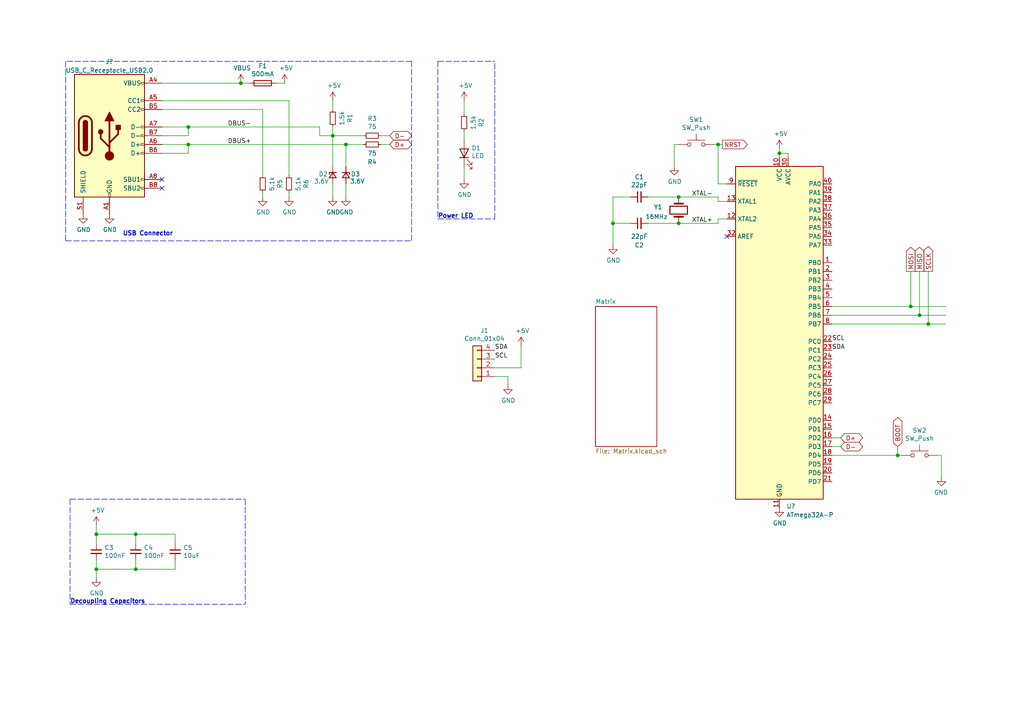
<source format=kicad_sch>
(kicad_sch (version 20211123) (generator eeschema)
  (paper "A4")
  (lib_symbols
    (symbol "Connector:USB_C_Receptacle_USB2.0" (pin_names (offset 1.016))
      (property "Reference" "J" (at -10.16 19.05 0))
      (property "Value" "USB_C_Receptacle_USB2.0" (at 19.05 19.05 0))
      (symbol "USB_C_Receptacle_USB2.0_0_0"
        (rectangle (start -0.254 -17.78) (end 0.254 -16.764))
        (rectangle (start 10.16 -14.986) (end 9.144 -15.494))
        (rectangle (start 10.16 -12.446) (end 9.144 -12.954))
        (rectangle (start 10.16 -4.826) (end 9.144 -5.334))
        (rectangle (start 10.16 -2.286) (end 9.144 -2.794))
        (rectangle (start 10.16 0.254) (end 9.144 -0.254))
        (rectangle (start 10.16 2.794) (end 9.144 2.286))
        (rectangle (start 10.16 7.874) (end 9.144 7.366))
        (rectangle (start 10.16 10.414) (end 9.144 9.906))
        (rectangle (start 10.16 15.494) (end 9.144 14.986))
      )
      (symbol "USB_C_Receptacle_USB2.0_0_1"
        (rectangle (start -10.16 17.78) (end 10.16 -17.78) (stroke (width 0.254)) (fill (type background)))
        (arc (start -8.89 -3.81) (mid -6.985 -5.715) (end -5.08 -3.81) (stroke (width 0.508)))
        (arc (start -7.62 -3.81) (mid -6.985 -4.445) (end -6.35 -3.81) (stroke (width 0.254)))
        (arc (start -7.62 -3.81) (mid -6.985 -4.445) (end -6.35 -3.81) (stroke (width 0.254)) (fill (type outline)))
        (rectangle (start -7.62 -3.81) (end -6.35 3.81) (stroke (width 0.254)) (fill (type outline)))
        (arc (start -6.35 3.81) (mid -6.985 4.445) (end -7.62 3.81) (stroke (width 0.254)))
        (arc (start -6.35 3.81) (mid -6.985 4.445) (end -7.62 3.81) (stroke (width 0.254)) (fill (type outline)))
        (arc (start -5.08 3.81) (mid -6.985 5.715) (end -8.89 3.81) (stroke (width 0.508)))
        (circle (center -2.54 1.143) (radius 0.635) (stroke (width 0.254)) (fill (type outline)))
        (circle (center 0 -5.842) (radius 1.27) (fill (type outline)))
        (polyline (pts (xy -8.89 -3.81) (xy -8.89 3.81)) (stroke (width 0.508)))
        (polyline (pts (xy -5.08 3.81) (xy -5.08 -3.81)) (stroke (width 0.508)))
        (polyline (pts (xy 0 -5.842) (xy 0 4.318)) (stroke (width 0.508)))
        (polyline (pts (xy 0 -3.302) (xy -2.54 -0.762) (xy -2.54 0.508)) (stroke (width 0.508)))
        (polyline (pts (xy 0 -2.032) (xy 2.54 0.508) (xy 2.54 1.778)) (stroke (width 0.508)))
        (polyline (pts (xy -1.27 4.318) (xy 0 6.858) (xy 1.27 4.318) (xy -1.27 4.318)) (stroke (width 0.254)) (fill (type outline)))
        (rectangle (start 1.905 1.778) (end 3.175 3.048) (stroke (width 0.254)) (fill (type outline)))
      )
      (symbol "USB_C_Receptacle_USB2.0_1_1"
        (pin passive line (at 0 -22.86 90) (length 5.08) (name "GND") (number "A1"))
        (pin passive line (at 0 -22.86 90) (length 5.08) hide (name "GND") (number "A12"))
        (pin passive line (at 15.24 15.24 180) (length 5.08) (name "VBUS") (number "A4"))
        (pin bidirectional line (at 15.24 10.16 180) (length 5.08) (name "CC1") (number "A5"))
        (pin bidirectional line (at 15.24 -2.54 180) (length 5.08) (name "D+") (number "A6"))
        (pin bidirectional line (at 15.24 2.54 180) (length 5.08) (name "D-") (number "A7"))
        (pin bidirectional line (at 15.24 -12.7 180) (length 5.08) (name "SBU1") (number "A8"))
        (pin passive line (at 15.24 15.24 180) (length 5.08) hide (name "VBUS") (number "A9"))
        (pin passive line (at 0 -22.86 90) (length 5.08) hide (name "GND") (number "B1"))
        (pin passive line (at 0 -22.86 90) (length 5.08) hide (name "GND") (number "B12"))
        (pin passive line (at 15.24 15.24 180) (length 5.08) hide (name "VBUS") (number "B4"))
        (pin bidirectional line (at 15.24 7.62 180) (length 5.08) (name "CC2") (number "B5"))
        (pin bidirectional line (at 15.24 -5.08 180) (length 5.08) (name "D+") (number "B6"))
        (pin bidirectional line (at 15.24 0 180) (length 5.08) (name "D-") (number "B7"))
        (pin bidirectional line (at 15.24 -15.24 180) (length 5.08) (name "SBU2") (number "B8"))
        (pin passive line (at 15.24 15.24 180) (length 5.08) hide (name "VBUS") (number "B9"))
        (pin passive line (at -7.62 -22.86 90) (length 5.08) (name "SHIELD") (number "S1"))
      )
    )
    (symbol "Connector_Generic:Conn_01x04" (pin_names (offset 1.016) hide)
      (property "Reference" "J" (at 0 5.08 0))
      (property "Value" "Conn_01x04" (at 0 -7.62 0))
      (symbol "Conn_01x04_1_1"
        (rectangle (start -1.27 -4.953) (end 0 -5.207) (stroke (width 0.1524)))
        (rectangle (start -1.27 -2.413) (end 0 -2.667) (stroke (width 0.1524)))
        (rectangle (start -1.27 0.127) (end 0 -0.127) (stroke (width 0.1524)))
        (rectangle (start -1.27 2.667) (end 0 2.413) (stroke (width 0.1524)))
        (rectangle (start -1.27 3.81) (end 1.27 -6.35) (stroke (width 0.254)) (fill (type background)))
        (pin passive line (at -5.08 2.54 0) (length 3.81) (name "Pin_1") (number "1"))
        (pin passive line (at -5.08 0 0) (length 3.81) (name "Pin_2") (number "2"))
        (pin passive line (at -5.08 -2.54 0) (length 3.81) (name "Pin_3") (number "3"))
        (pin passive line (at -5.08 -5.08 0) (length 3.81) (name "Pin_4") (number "4"))
      )
    )
    (symbol "Device:C_Small" (pin_numbers hide) (pin_names (offset 0.254) hide)
      (property "Reference" "C" (at 0.254 1.778 0))
      (property "Value" "C_Small" (at 0.254 -2.032 0))
      (symbol "C_Small_0_1"
        (polyline (pts (xy -1.524 -0.508) (xy 1.524 -0.508)) (stroke (width 0.3302)))
        (polyline (pts (xy -1.524 0.508) (xy 1.524 0.508)) (stroke (width 0.3048)))
      )
      (symbol "C_Small_1_1"
        (pin passive line (at 0 2.54 270) (length 2.032) (name "~") (number "1"))
        (pin passive line (at 0 -2.54 90) (length 2.032) (name "~") (number "2"))
      )
    )
    (symbol "Device:Crystal" (pin_numbers hide) (pin_names (offset 1.016) hide)
      (property "Reference" "Y" (at 0 3.81 0))
      (property "Value" "Crystal" (at 0 -3.81 0))
      (symbol "Crystal_0_1"
        (rectangle (start -1.143 2.54) (end 1.143 -2.54) (stroke (width 0.3048)))
        (polyline (pts (xy -2.54 0) (xy -1.905 0)))
        (polyline (pts (xy -1.905 -1.27) (xy -1.905 1.27)) (stroke (width 0.508)))
        (polyline (pts (xy 1.905 -1.27) (xy 1.905 1.27)) (stroke (width 0.508)))
        (polyline (pts (xy 2.54 0) (xy 1.905 0)))
      )
      (symbol "Crystal_1_1"
        (pin passive line (at -3.81 0 0) (length 1.27) (name "1") (number "1"))
        (pin passive line (at 3.81 0 180) (length 1.27) (name "2") (number "2"))
      )
    )
    (symbol "Device:D_Zener_Small" (pin_numbers hide) (pin_names (offset 0.254) hide)
      (property "Reference" "D" (at 0 2.286 0))
      (property "Value" "D_Zener_Small" (at 0 -2.286 0))
      (symbol "D_Zener_Small_0_1"
        (polyline (pts (xy 0.762 0) (xy -0.762 0)))
        (polyline (pts (xy -0.254 1.016) (xy -0.762 1.016) (xy -0.762 -1.016)) (stroke (width 0.254)))
        (polyline (pts (xy 0.762 1.016) (xy -0.762 0) (xy 0.762 -1.016) (xy 0.762 1.016)) (stroke (width 0.254)))
      )
      (symbol "D_Zener_Small_1_1"
        (pin passive line (at -2.54 0 0) (length 1.778) (name "K") (number "1"))
        (pin passive line (at 2.54 0 180) (length 1.778) (name "A") (number "2"))
      )
    )
    (symbol "Device:Fuse" (pin_numbers hide) (pin_names (offset 0))
      (property "Reference" "F" (at 2.032 0 90))
      (property "Value" "Fuse" (at -1.905 0 90))
      (symbol "Fuse_0_1"
        (rectangle (start -0.762 -2.54) (end 0.762 2.54) (stroke (width 0.254)))
        (polyline (pts (xy 0 2.54) (xy 0 -2.54)))
      )
      (symbol "Fuse_1_1"
        (pin passive line (at 0 3.81 270) (length 1.27) (name "~") (number "1"))
        (pin passive line (at 0 -3.81 90) (length 1.27) (name "~") (number "2"))
      )
    )
    (symbol "Device:LED" (pin_numbers hide) (pin_names (offset 1.016) hide)
      (property "Reference" "D" (at 0 2.54 0))
      (property "Value" "LED" (at 0 -2.54 0))
      (symbol "LED_0_1"
        (polyline (pts (xy -1.27 -1.27) (xy -1.27 1.27)) (stroke (width 0.254)))
        (polyline (pts (xy -1.27 0) (xy 1.27 0)))
        (polyline (pts (xy 1.27 -1.27) (xy 1.27 1.27) (xy -1.27 0) (xy 1.27 -1.27)) (stroke (width 0.254)))
        (polyline (pts (xy -3.048 -0.762) (xy -4.572 -2.286) (xy -3.81 -2.286) (xy -4.572 -2.286) (xy -4.572 -1.524)))
        (polyline (pts (xy -1.778 -0.762) (xy -3.302 -2.286) (xy -2.54 -2.286) (xy -3.302 -2.286) (xy -3.302 -1.524)))
      )
      (symbol "LED_1_1"
        (pin passive line (at -3.81 0 0) (length 2.54) (name "K") (number "1"))
        (pin passive line (at 3.81 0 180) (length 2.54) (name "A") (number "2"))
      )
    )
    (symbol "Device:R_Small" (pin_numbers hide) (pin_names (offset 0.254) hide)
      (property "Reference" "R" (at 0.762 0.508 0))
      (property "Value" "R_Small" (at 0.762 -1.016 0))
      (symbol "R_Small_0_1"
        (rectangle (start -0.762 1.778) (end 0.762 -1.778) (stroke (width 0.2032)))
      )
      (symbol "R_Small_1_1"
        (pin passive line (at 0 2.54 270) (length 0.762) (name "~") (number "1"))
        (pin passive line (at 0 -2.54 90) (length 0.762) (name "~") (number "2"))
      )
    )
    (symbol "MCU_Microchip_ATmega:ATmega32A-P"
      (property "Reference" "U" (at -12.7 49.53 0))
      (property "Value" "ATmega32A-P" (at 2.54 -49.53 0))
      (symbol "ATmega32A-P_0_1"
        (rectangle (start -12.7 -48.26) (end 12.7 48.26) (stroke (width 0.254)) (fill (type background)))
      )
      (symbol "ATmega32A-P_1_1"
        (pin bidirectional line (at 15.24 20.32 180) (length 2.54) (name "PB0") (number "1"))
        (pin power_in line (at 0 50.8 270) (length 2.54) (name "VCC") (number "10"))
        (pin power_in line (at 0 -50.8 90) (length 2.54) (name "GND") (number "11"))
        (pin output line (at -15.24 33.02 0) (length 2.54) (name "XTAL2") (number "12"))
        (pin input line (at -15.24 38.1 0) (length 2.54) (name "XTAL1") (number "13"))
        (pin bidirectional line (at 15.24 -25.4 180) (length 2.54) (name "PD0") (number "14"))
        (pin bidirectional line (at 15.24 -27.94 180) (length 2.54) (name "PD1") (number "15"))
        (pin bidirectional line (at 15.24 -30.48 180) (length 2.54) (name "PD2") (number "16"))
        (pin bidirectional line (at 15.24 -33.02 180) (length 2.54) (name "PD3") (number "17"))
        (pin bidirectional line (at 15.24 -35.56 180) (length 2.54) (name "PD4") (number "18"))
        (pin bidirectional line (at 15.24 -38.1 180) (length 2.54) (name "PD5") (number "19"))
        (pin bidirectional line (at 15.24 17.78 180) (length 2.54) (name "PB1") (number "2"))
        (pin bidirectional line (at 15.24 -40.64 180) (length 2.54) (name "PD6") (number "20"))
        (pin bidirectional line (at 15.24 -43.18 180) (length 2.54) (name "PD7") (number "21"))
        (pin bidirectional line (at 15.24 -2.54 180) (length 2.54) (name "PC0") (number "22"))
        (pin bidirectional line (at 15.24 -5.08 180) (length 2.54) (name "PC1") (number "23"))
        (pin bidirectional line (at 15.24 -7.62 180) (length 2.54) (name "PC2") (number "24"))
        (pin bidirectional line (at 15.24 -10.16 180) (length 2.54) (name "PC3") (number "25"))
        (pin bidirectional line (at 15.24 -12.7 180) (length 2.54) (name "PC4") (number "26"))
        (pin bidirectional line (at 15.24 -15.24 180) (length 2.54) (name "PC5") (number "27"))
        (pin bidirectional line (at 15.24 -17.78 180) (length 2.54) (name "PC6") (number "28"))
        (pin bidirectional line (at 15.24 -20.32 180) (length 2.54) (name "PC7") (number "29"))
        (pin bidirectional line (at 15.24 15.24 180) (length 2.54) (name "PB2") (number "3"))
        (pin power_in line (at 2.54 50.8 270) (length 2.54) (name "AVCC") (number "30"))
        (pin passive line (at 0 -50.8 90) (length 2.54) hide (name "GND") (number "31"))
        (pin passive line (at -15.24 27.94 0) (length 2.54) (name "AREF") (number "32"))
        (pin bidirectional line (at 15.24 25.4 180) (length 2.54) (name "PA7") (number "33"))
        (pin bidirectional line (at 15.24 27.94 180) (length 2.54) (name "PA6") (number "34"))
        (pin bidirectional line (at 15.24 30.48 180) (length 2.54) (name "PA5") (number "35"))
        (pin bidirectional line (at 15.24 33.02 180) (length 2.54) (name "PA4") (number "36"))
        (pin bidirectional line (at 15.24 35.56 180) (length 2.54) (name "PA3") (number "37"))
        (pin bidirectional line (at 15.24 38.1 180) (length 2.54) (name "PA2") (number "38"))
        (pin bidirectional line (at 15.24 40.64 180) (length 2.54) (name "PA1") (number "39"))
        (pin bidirectional line (at 15.24 12.7 180) (length 2.54) (name "PB3") (number "4"))
        (pin bidirectional line (at 15.24 43.18 180) (length 2.54) (name "PA0") (number "40"))
        (pin bidirectional line (at 15.24 10.16 180) (length 2.54) (name "PB4") (number "5"))
        (pin bidirectional line (at 15.24 7.62 180) (length 2.54) (name "PB5") (number "6"))
        (pin bidirectional line (at 15.24 5.08 180) (length 2.54) (name "PB6") (number "7"))
        (pin bidirectional line (at 15.24 2.54 180) (length 2.54) (name "PB7") (number "8"))
        (pin input line (at -15.24 43.18 0) (length 2.54) (name "~{RESET}") (number "9"))
      )
    )
    (symbol "Switch:SW_Push" (pin_numbers hide) (pin_names (offset 1.016) hide)
      (property "Reference" "SW" (at 1.27 2.54 0))
      (property "Value" "SW_Push" (at 0 -1.524 0))
      (symbol "SW_Push_0_1"
        (circle (center -2.032 0) (radius 0.508))
        (polyline (pts (xy 0 1.27) (xy 0 3.048)))
        (polyline (pts (xy 2.54 1.27) (xy -2.54 1.27)))
        (circle (center 2.032 0) (radius 0.508))
        (pin passive line (at -5.08 0 0) (length 2.54) (name "1") (number "1"))
        (pin passive line (at 5.08 0 180) (length 2.54) (name "2") (number "2"))
      )
    )
    (symbol "power:+5V" (power) (pin_names (offset 0))
      (property "Value" "+5V" (at 0 3.556 0))
      (symbol "+5V_0_1"
        (polyline (pts (xy -0.762 1.27) (xy 0 2.54)))
        (polyline (pts (xy 0 0) (xy 0 2.54)))
        (polyline (pts (xy 0 2.54) (xy 0.762 1.27)))
      )
      (symbol "+5V_1_1"
        (pin power_in line (at 0 0 90) (length 0) hide (name "+5V") (number "1"))
      )
    )
    (symbol "power:GND" (power) (pin_names (offset 0))
      (property "Value" "GND" (at 0 -3.81 0))
      (symbol "GND_0_1"
        (polyline (pts (xy 0 0) (xy 0 -1.27) (xy 1.27 -1.27) (xy 0 -2.54) (xy -1.27 -1.27) (xy 0 -1.27)))
      )
      (symbol "GND_1_1"
        (pin power_in line (at 0 0 270) (length 0) hide (name "GND") (number "1"))
      )
    )
    (symbol "power:VBUS" (power) (pin_names (offset 0))
      (property "Value" "VBUS" (at 0 3.81 0))
      (symbol "VBUS_0_1"
        (polyline (pts (xy -0.762 1.27) (xy 0 2.54)))
        (polyline (pts (xy 0 0) (xy 0 2.54)))
        (polyline (pts (xy 0 2.54) (xy 0.762 1.27)))
      )
      (symbol "VBUS_1_1"
        (pin power_in line (at 0 0 90) (length 0) hide (name "VBUS") (number "1"))
      )
    )
  )
  (junction (at 54.61 36.83))
  (junction (at 96.52 39.37))
  (junction (at 269.24 93.98))
  (junction (at 100.33 41.91))
  (junction (at 27.94 165.1))
  (junction (at 260.35 132.08))
  (junction (at 226.06 44.45))
  (junction (at 54.61 41.91))
  (junction (at 266.7 91.44))
  (junction (at 196.85 57.15))
  (junction (at 208.28 41.91))
  (junction (at 69.85 24.13))
  (junction (at 39.37 165.1))
  (junction (at 196.85 64.77))
  (junction (at 39.37 154.94))
  (junction (at 177.8 64.77))
  (junction (at 27.94 154.94))
  (junction (at 264.16 88.9))
  (no_connect (at 46.99 54.61))
  (no_connect (at 46.99 52.07))
  (no_connect (at 210.82 68.58))
  (wire (pts (xy 226.06 44.45) (xy 226.06 45.72)))
  (polyline (pts (xy 127 17.78) (xy 143.51 17.78)))
  (wire (pts (xy 208.28 41.91) (xy 208.28 53.34)))
  (wire (pts (xy 27.94 165.1) (xy 27.94 167.64)))
  (wire (pts (xy 50.8 162.56) (xy 50.8 165.1)))
  (wire (pts (xy 266.7 91.44) (xy 266.7 78.74)))
  (wire (pts (xy 100.33 53.34) (xy 100.33 57.15)))
  (wire (pts (xy 46.99 29.21) (xy 83.82 29.21)))
  (wire (pts (xy 39.37 154.94) (xy 39.37 157.48)))
  (wire (pts (xy 54.61 39.37) (xy 54.61 36.83)))
  (wire (pts (xy 54.61 36.83) (xy 46.99 36.83)))
  (wire (pts (xy 80.01 24.13) (xy 82.55 24.13)))
  (wire (pts (xy 260.35 132.08) (xy 261.62 132.08)))
  (wire (pts (xy 151.13 100.33) (xy 151.13 106.68)))
  (wire (pts (xy 39.37 165.1) (xy 27.94 165.1)))
  (wire (pts (xy 196.85 57.15) (xy 208.28 57.15)))
  (wire (pts (xy 134.62 38.1) (xy 134.62 40.64)))
  (wire (pts (xy 96.52 36.83) (xy 96.52 39.37)))
  (wire (pts (xy 196.85 64.77) (xy 208.28 64.77)))
  (wire (pts (xy 92.71 36.83) (xy 92.71 39.37)))
  (wire (pts (xy 241.3 129.54) (xy 243.84 129.54)))
  (wire (pts (xy 208.28 53.34) (xy 210.82 53.34)))
  (wire (pts (xy 151.13 106.68) (xy 143.51 106.68)))
  (wire (pts (xy 182.88 64.77) (xy 177.8 64.77)))
  (wire (pts (xy 208.28 58.42) (xy 210.82 58.42)))
  (wire (pts (xy 241.3 127) (xy 243.84 127)))
  (wire (pts (xy 96.52 29.21) (xy 96.52 31.75)))
  (wire (pts (xy 69.85 24.13) (xy 72.39 24.13)))
  (wire (pts (xy 100.33 41.91) (xy 105.41 41.91)))
  (polyline (pts (xy 19.05 17.78) (xy 19.05 69.85)))
  (wire (pts (xy 147.32 111.76) (xy 147.32 109.22)))
  (wire (pts (xy 241.3 88.9) (xy 264.16 88.9)))
  (wire (pts (xy 182.88 57.15) (xy 177.8 57.15)))
  (wire (pts (xy 83.82 29.21) (xy 83.82 50.8)))
  (wire (pts (xy 110.49 41.91) (xy 113.03 41.91)))
  (wire (pts (xy 27.94 152.4) (xy 27.94 154.94)))
  (wire (pts (xy 273.05 138.43) (xy 273.05 132.08)))
  (wire (pts (xy 46.99 39.37) (xy 54.61 39.37)))
  (wire (pts (xy 100.33 41.91) (xy 100.33 48.26)))
  (wire (pts (xy 76.2 31.75) (xy 76.2 50.8)))
  (wire (pts (xy 54.61 41.91) (xy 46.99 41.91)))
  (wire (pts (xy 96.52 39.37) (xy 96.52 48.26)))
  (wire (pts (xy 187.96 57.15) (xy 196.85 57.15)))
  (wire (pts (xy 260.35 129.54) (xy 260.35 132.08)))
  (wire (pts (xy 54.61 44.45) (xy 54.61 41.91)))
  (wire (pts (xy 83.82 55.88) (xy 83.82 57.15)))
  (wire (pts (xy 54.61 36.83) (xy 92.71 36.83)))
  (polyline (pts (xy 20.32 144.78) (xy 71.12 144.78)))
  (wire (pts (xy 46.99 44.45) (xy 54.61 44.45)))
  (polyline (pts (xy 127 63.5) (xy 143.51 63.5)))
  (wire (pts (xy 208.28 57.15) (xy 208.28 58.42)))
  (wire (pts (xy 208.28 63.5) (xy 210.82 63.5)))
  (polyline (pts (xy 71.12 144.78) (xy 71.12 175.26)))
  (wire (pts (xy 113.03 39.37) (xy 110.49 39.37)))
  (wire (pts (xy 269.24 93.98) (xy 274.32 93.98)))
  (wire (pts (xy 241.3 91.44) (xy 266.7 91.44)))
  (wire (pts (xy 134.62 29.21) (xy 134.62 33.02)))
  (wire (pts (xy 226.06 43.18) (xy 226.06 44.45)))
  (wire (pts (xy 76.2 55.88) (xy 76.2 57.15)))
  (wire (pts (xy 27.94 165.1) (xy 27.94 162.56)))
  (wire (pts (xy 96.52 53.34) (xy 96.52 57.15)))
  (wire (pts (xy 273.05 132.08) (xy 271.78 132.08)))
  (wire (pts (xy 266.7 91.44) (xy 274.32 91.44)))
  (wire (pts (xy 177.8 64.77) (xy 177.8 71.12)))
  (wire (pts (xy 264.16 88.9) (xy 274.32 88.9)))
  (wire (pts (xy 39.37 154.94) (xy 50.8 154.94)))
  (wire (pts (xy 177.8 57.15) (xy 177.8 64.77)))
  (wire (pts (xy 241.3 93.98) (xy 269.24 93.98)))
  (wire (pts (xy 226.06 44.45) (xy 228.6 44.45)))
  (polyline (pts (xy 119.38 17.78) (xy 119.38 69.85)))
  (wire (pts (xy 27.94 157.48) (xy 27.94 154.94)))
  (wire (pts (xy 264.16 78.74) (xy 264.16 88.9)))
  (wire (pts (xy 209.55 41.91) (xy 208.28 41.91)))
  (wire (pts (xy 76.2 31.75) (xy 46.99 31.75)))
  (polyline (pts (xy 20.32 175.26) (xy 71.12 175.26)))
  (wire (pts (xy 134.62 48.26) (xy 134.62 52.07)))
  (wire (pts (xy 39.37 162.56) (xy 39.37 165.1)))
  (wire (pts (xy 50.8 165.1) (xy 39.37 165.1)))
  (polyline (pts (xy 20.32 144.78) (xy 20.32 175.26)))
  (wire (pts (xy 195.58 41.91) (xy 196.85 41.91)))
  (wire (pts (xy 69.85 24.13) (xy 46.99 24.13)))
  (wire (pts (xy 27.94 154.94) (xy 39.37 154.94)))
  (wire (pts (xy 241.3 132.08) (xy 260.35 132.08)))
  (wire (pts (xy 195.58 48.26) (xy 195.58 41.91)))
  (polyline (pts (xy 19.05 69.85) (xy 119.38 69.85)))
  (wire (pts (xy 147.32 109.22) (xy 143.51 109.22)))
  (polyline (pts (xy 127 17.78) (xy 127 63.5)))
  (wire (pts (xy 92.71 39.37) (xy 96.52 39.37)))
  (wire (pts (xy 96.52 39.37) (xy 105.41 39.37)))
  (wire (pts (xy 208.28 64.77) (xy 208.28 63.5)))
  (wire (pts (xy 187.96 64.77) (xy 196.85 64.77)))
  (wire (pts (xy 50.8 154.94) (xy 50.8 157.48)))
  (polyline (pts (xy 119.38 17.78) (xy 19.05 17.78)))
  (wire (pts (xy 228.6 44.45) (xy 228.6 45.72)))
  (wire (pts (xy 269.24 93.98) (xy 269.24 78.74)))
  (wire (pts (xy 207.01 41.91) (xy 208.28 41.91)))
  (polyline (pts (xy 143.51 63.5) (xy 143.51 17.78)))
  (wire (pts (xy 54.61 41.91) (xy 100.33 41.91)))
  (text "USB Connector" (at 35.56 68.58 0) (effects (font (size 1.27 1.27) (thickness 0.254) bold) (justify left bottom)))
  (text "Power LED" (at 127 63.5 0) (effects (font (size 1.27 1.27) (thickness 0.254) bold) (justify left bottom)))
  (text "Decoupling Capacitors" (at 20.32 175.26 0) (effects (font (size 1.27 1.27) (thickness 0.254) bold) (justify left bottom)))
  (label "SCL" (at 143.51 104.14 0))
  (label "DBUS+" (at 66.04 41.91 0))
  (label "SDA" (at 241.3 101.6 0))
  (label "SCL" (at 241.3 99.06 0))
  (label "XTAL-" (at 200.66 57.15 0))
  (label "DBUS-" (at 66.04 36.83 0))
  (label "XTAL+" (at 200.66 64.77 0))
  (label "SDA" (at 143.51 101.6 0))
  (global_label "BOOT" (shape bidirectional) (at 260.35 129.54 90) (property "Intersheet References" "${INTERSHEET_REFS}" (effects hide)))
  (global_label "SCLK" (shape output) (at 269.24 78.74 90) (property "Intersheet References" "${INTERSHEET_REFS}" (effects hide)))
  (global_label "NRST" (shape output) (at 209.55 41.91 0) (property "Intersheet References" "${INTERSHEET_REFS}" (effects hide)))
  (global_label "MISO" (shape output) (at 266.7 78.74 90) (property "Intersheet References" "${INTERSHEET_REFS}" (effects hide)))
  (global_label "D+" (shape bidirectional) (at 243.84 127 0) (property "Intersheet References" "${INTERSHEET_REFS}" (effects hide)))
  (global_label "D-" (shape bidirectional) (at 243.84 129.54 0) (property "Intersheet References" "${INTERSHEET_REFS}" (effects hide)))
  (global_label "D+" (shape bidirectional) (at 113.03 41.91 0) (property "Intersheet References" "${INTERSHEET_REFS}" (effects hide)))
  (global_label "D-" (shape bidirectional) (at 113.03 39.37 0) (property "Intersheet References" "${INTERSHEET_REFS}" (effects hide)))
  (global_label "MOSI" (shape output) (at 264.16 78.74 90) (property "Intersheet References" "${INTERSHEET_REFS}" (effects hide)))
  (symbol (lib_id "power:+5V") (at 226.06 43.18 0) (unit 1)
    (property "Reference" "#PWR0118" (effects hide))
    (property "Value" "+5V" (at 226.441 38.7858 0))
  )
  (symbol (lib_id "power:VBUS") (at 69.85 24.13 0) (unit 1)
    (property "Reference" "#PWR0105" (effects hide))
    (property "Value" "VBUS" (at 70.231 19.7358 0))
  )
  (symbol (lib_id "Device:Fuse") (at 76.2 24.13 270) (unit 1)
    (property "Reference" "F1" (at 76.2 19.1262 90))
    (property "Value" "500mA" (at 76.2 21.4376 90))
    (property "Footprint" "Capacitor_THT:C_Disc_D5.0mm_W2.5mm_P5.00mm" (effects hide))
  )
  (symbol (lib_id "power:+5V") (at 82.55 24.13 0) (unit 1)
    (property "Reference" "#PWR0104" (effects hide))
    (property "Value" "+5V" (at 82.931 19.7358 0))
  )
  (symbol (lib_id "Device:R_Small") (at 107.95 39.37 270) (unit 1)
    (property "Reference" "R3" (at 107.95 34.3916 90))
    (property "Value" "75" (at 107.95 36.703 90))
    (property "Footprint" "Resistor_THT:R_Axial_DIN0204_L3.6mm_D1.6mm_P7.62mm_Horizontal" (effects hide))
  )
  (symbol (lib_id "Device:R_Small") (at 107.95 41.91 90) (mirror x) (unit 1)
    (property "Reference" "R4" (at 107.95 46.99 90))
    (property "Value" "75" (at 107.95 44.45 90))
    (property "Footprint" "Resistor_THT:R_Axial_DIN0204_L3.6mm_D1.6mm_P7.62mm_Horizontal" (effects hide))
  )
  (symbol (lib_id "power:GND") (at 24.13 62.23 0) (unit 1)
    (property "Reference" "#PWR0103" (effects hide))
    (property "Value" "GND" (at 24.257 66.6242 0))
  )
  (symbol (lib_id "power:GND") (at 226.06 147.32 0) (unit 1)
    (property "Reference" "#PWR0117" (effects hide))
    (property "Value" "GND" (at 226.187 151.7142 0))
  )
  (symbol (lib_id "power:GND") (at 177.8 71.12 0) (unit 1)
    (property "Reference" "#PWR0101" (effects hide))
    (property "Value" "GND" (at 177.927 75.5142 0))
  )
  (symbol (lib_id "Switch:SW_Push") (at 201.93 41.91 0) (unit 1)
    (property "Reference" "SW1" (at 201.93 34.671 0))
    (property "Value" "SW_Push" (at 201.93 36.9824 0))
    (property "Footprint" "Button_Switch_THT:SW_PUSH_6mm" (effects hide))
  )
  (symbol (lib_id "Device:C_Small") (at 27.94 160.02 0) (unit 1)
    (property "Reference" "C3" (at 30.2768 158.8516 0) (effects (justify left)))
    (property "Value" "100nF" (at 30.2768 161.163 0) (effects (justify left)))
    (property "Footprint" "Capacitor_THT:C_Disc_D3.8mm_W2.6mm_P2.50mm" (effects hide))
  )
  (symbol (lib_id "Device:C_Small") (at 39.37 160.02 0) (unit 1)
    (property "Reference" "C4" (at 41.7068 158.8516 0) (effects (justify left)))
    (property "Value" "100nF" (at 41.7068 161.163 0) (effects (justify left)))
    (property "Footprint" "Capacitor_THT:C_Disc_D3.8mm_W2.6mm_P2.50mm" (effects hide))
  )
  (symbol (lib_id "power:+5V") (at 27.94 152.4 0) (unit 1)
    (property "Reference" "#PWR0110" (effects hide))
    (property "Value" "+5V" (at 28.321 148.0058 0))
  )
  (symbol (lib_id "power:GND") (at 27.94 167.64 0) (unit 1)
    (property "Reference" "#PWR0111" (effects hide))
    (property "Value" "GND" (at 28.067 172.0342 0))
  )
  (symbol (lib_id "Device:C_Small") (at 185.42 57.15 90) (unit 1)
    (property "Reference" "C1" (at 185.42 51.3334 90))
    (property "Value" "22pF" (at 185.42 53.6448 90))
    (property "Footprint" "Capacitor_THT:C_Disc_D4.3mm_W1.9mm_P5.00mm" (effects hide))
  )
  (symbol (lib_id "Device:C_Small") (at 185.42 64.77 90) (unit 1)
    (property "Reference" "C2" (at 185.42 71.12 90))
    (property "Value" "22pF" (at 185.42 68.58 90))
    (property "Footprint" "Capacitor_THT:C_Disc_D4.3mm_W1.9mm_P5.00mm" (effects hide))
  )
  (symbol (lib_id "power:GND") (at 195.58 48.26 0) (unit 1)
    (property "Reference" "#PWR0102" (effects hide))
    (property "Value" "GND" (at 195.707 52.6542 0))
  )
  (symbol (lib_id "Device:R_Small") (at 76.2 53.34 180) (unit 1)
    (property "Reference" "R5" (at 81.1784 53.34 90))
    (property "Value" "5.1k" (at 78.867 53.34 90))
    (property "Footprint" "Resistor_THT:R_Axial_DIN0204_L3.6mm_D1.6mm_P7.62mm_Horizontal" (effects hide))
  )
  (symbol (lib_id "Device:R_Small") (at 83.82 53.34 180) (unit 1)
    (property "Reference" "R6" (at 88.7984 53.34 90))
    (property "Value" "5.1k" (at 86.487 53.34 90))
    (property "Footprint" "Resistor_THT:R_Axial_DIN0204_L3.6mm_D1.6mm_P7.62mm_Horizontal" (effects hide))
  )
  (symbol (lib_id "power:GND") (at 76.2 57.15 0) (unit 1)
    (property "Reference" "#PWR0108" (effects hide))
    (property "Value" "GND" (at 76.327 61.5442 0))
  )
  (symbol (lib_id "power:GND") (at 83.82 57.15 0) (unit 1)
    (property "Reference" "#PWR0107" (effects hide))
    (property "Value" "GND" (at 83.947 61.5442 0))
  )
  (symbol (lib_id "power:GND") (at 273.05 138.43 0) (mirror y) (unit 1)
    (property "Reference" "#PWR0119" (effects hide))
    (property "Value" "GND" (at 272.923 142.8242 0))
  )
  (symbol (lib_id "Switch:SW_Push") (at 266.7 132.08 0) (mirror y) (unit 1)
    (property "Reference" "SW2" (at 266.7 124.841 0))
    (property "Value" "SW_Push" (at 266.7 127.1524 0))
    (property "Footprint" "Button_Switch_THT:SW_PUSH_6mm" (effects hide))
  )
  (symbol (lib_id "Device:D_Zener_Small") (at 100.33 50.8 270) (unit 1)
    (property "Reference" "D3" (at 104.4448 50.4952 90) (effects (justify right)))
    (property "Value" "3.6V" (at 101.473 52.578 90) (effects (justify left)))
    (property "Footprint" "Diode_THT:D_DO-34_SOD68_P7.62mm_Horizontal" (effects hide))
  )
  (symbol (lib_id "Device:D_Zener_Small") (at 96.52 50.8 90) (mirror x) (unit 1)
    (property "Reference" "D2" (at 92.4052 50.4952 90) (effects (justify right)))
    (property "Value" "3.6V" (at 95.377 52.578 90) (effects (justify left)))
    (property "Footprint" "Diode_THT:D_DO-34_SOD68_P7.62mm_Horizontal" (effects hide))
  )
  (symbol (lib_id "power:GND") (at 96.52 57.15 0) (unit 1)
    (property "Reference" "#PWR0109" (effects hide))
    (property "Value" "GND" (at 96.647 61.5442 0))
  )
  (symbol (lib_id "power:GND") (at 100.33 57.15 0) (unit 1)
    (property "Reference" "#PWR0106" (effects hide))
    (property "Value" "GND" (at 100.457 61.5442 0))
  )
  (symbol (lib_id "Device:R_Small") (at 96.52 34.29 180) (unit 1)
    (property "Reference" "R1" (at 101.4984 34.29 90))
    (property "Value" "1.5k" (at 99.187 34.29 90))
    (property "Footprint" "Resistor_THT:R_Axial_DIN0204_L3.6mm_D1.6mm_P7.62mm_Horizontal" (effects hide))
  )
  (symbol (lib_id "power:+5V") (at 96.52 29.21 0) (unit 1)
    (property "Reference" "#PWR0116" (effects hide))
    (property "Value" "+5V" (at 96.901 24.8158 0))
  )
  (symbol (lib_id "power:+5V") (at 134.62 29.21 0) (unit 1)
    (property "Reference" "#PWR0115" (effects hide))
    (property "Value" "+5V" (at 135.001 24.8158 0))
  )
  (symbol (lib_id "Device:R_Small") (at 134.62 35.56 180) (unit 1)
    (property "Reference" "R2" (at 139.5984 35.56 90))
    (property "Value" "1.5k" (at 137.287 35.56 90))
    (property "Footprint" "Resistor_THT:R_Axial_DIN0204_L3.6mm_D1.6mm_P7.62mm_Horizontal" (effects hide))
  )
  (symbol (lib_id "Device:LED") (at 134.62 44.45 90) (unit 1)
    (property "Reference" "D1" (at 139.446 42.926 90) (effects (justify left)))
    (property "Value" "LED" (at 140.4366 45.1866 90) (effects (justify left)))
    (property "Footprint" "LED_THT:LED_D3.0mm" (effects hide))
  )
  (symbol (lib_id "power:GND") (at 134.62 52.07 0) (unit 1)
    (property "Reference" "#PWR0114" (effects hide))
    (property "Value" "GND" (at 134.747 56.4642 0))
  )
  (symbol (lib_id "Device:Crystal") (at 196.85 60.96 90) (unit 1)
    (property "Reference" "Y1" (at 192.1256 60.0456 90) (effects (justify left)))
    (property "Value" "16MHz" (at 193.6496 62.8396 90) (effects (justify left)))
    (property "Footprint" "Crystal:Crystal_HC49-4H_Vertical" (effects hide))
  )
  (symbol (lib_id "power:GND") (at 31.75 62.23 0) (unit 1)
    (property "Reference" "#PWR0123" (effects hide))
    (property "Value" "GND" (at 31.877 66.6242 0))
  )
  (symbol (lib_id "Connector_Generic:Conn_01x04") (at 138.43 106.68 180) (unit 1)
    (property "Reference" "J1" (at 140.5128 95.885 0))
    (property "Value" "Conn_01x04" (at 140.5128 98.1964 0))
    (property "Footprint" "Connector_PinSocket_2.54mm:PinSocket_1x04_P2.54mm_Vertical" (effects hide))
  )
  (symbol (lib_id "power:GND") (at 147.32 111.76 0) (unit 1)
    (property "Reference" "#PWR0112" (effects hide))
    (property "Value" "GND" (at 147.447 116.1542 0))
  )
  (symbol (lib_id "power:+5V") (at 151.13 100.33 0) (unit 1)
    (property "Reference" "#PWR0113" (effects hide))
    (property "Value" "+5V" (at 151.511 95.9358 0))
  )
  (symbol (lib_id "Device:C_Small") (at 50.8 160.02 0) (unit 1)
    (property "Reference" "C5" (at 53.1368 158.8516 0) (effects (justify left)))
    (property "Value" "10uF" (at 53.1368 161.163 0) (effects (justify left)))
    (property "Footprint" "Capacitor_THT:CP_Radial_D4.0mm_P1.50mm" (effects hide))
  )
  (symbol (lib_id "Connector:USB_C_Receptacle_USB2.0") (at 31.75 39.37 0) (unit 1)
    (property "Reference" "J?" (at 31.75 17.8902 0))
    (property "Value" "USB_C_Receptacle_USB2.0" (at 31.75 20.4271 0))
    (property "Datasheet" "https://www.usb.org/sites/default/files/documents/usb_type-c.zip" (effects hide))
  )
  (symbol (lib_id "MCU_Microchip_ATmega:ATmega32A-P") (at 226.06 96.52 0) (unit 1)
    (property "Reference" "U?" (at 228.0794 146.8104 0) (effects (justify left)))
    (property "Value" "ATmega32A-P" (at 228.0794 149.3473 0) (effects (justify left)))
    (property "Footprint" "Package_DIP:DIP-40_W15.24mm" (effects hide))
    (property "Datasheet" "http://ww1.microchip.com/downloads/en/DeviceDoc/atmel-8155-8-bit-microcontroller-avr-atmega32a_datasheet.pdf" (effects hide))
  )
  (sheet (at 172.72 88.9) (size 17.78 40.64)
    (property "Sheet name" "Matrix" (at 172.72 88.1884 0) (effects (justify left bottom)))
    (property "Sheet file" "Matrix.kicad_sch" (at 172.72 130.1246 0) (effects (justify left top)))
  )
)
</source>
